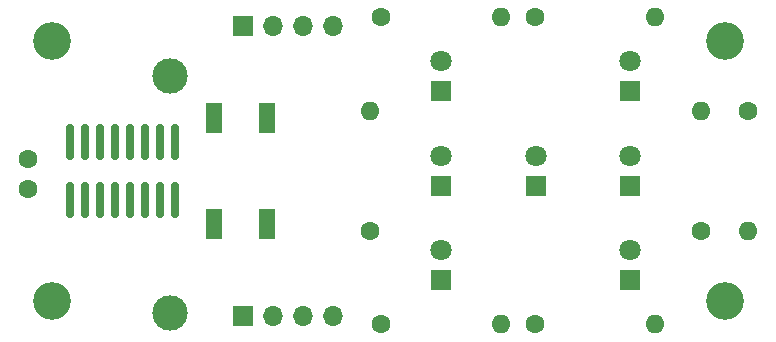
<source format=gts>
%TF.GenerationSoftware,KiCad,Pcbnew,7.0.2*%
%TF.CreationDate,2024-01-31T21:45:49+01:00*%
%TF.ProjectId,EDice,45446963-652e-46b6-9963-61645f706362,rev?*%
%TF.SameCoordinates,Original*%
%TF.FileFunction,Soldermask,Top*%
%TF.FilePolarity,Negative*%
%FSLAX46Y46*%
G04 Gerber Fmt 4.6, Leading zero omitted, Abs format (unit mm)*
G04 Created by KiCad (PCBNEW 7.0.2) date 2024-01-31 21:45:49*
%MOMM*%
%LPD*%
G01*
G04 APERTURE LIST*
G04 Aperture macros list*
%AMRoundRect*
0 Rectangle with rounded corners*
0 $1 Rounding radius*
0 $2 $3 $4 $5 $6 $7 $8 $9 X,Y pos of 4 corners*
0 Add a 4 corners polygon primitive as box body*
4,1,4,$2,$3,$4,$5,$6,$7,$8,$9,$2,$3,0*
0 Add four circle primitives for the rounded corners*
1,1,$1+$1,$2,$3*
1,1,$1+$1,$4,$5*
1,1,$1+$1,$6,$7*
1,1,$1+$1,$8,$9*
0 Add four rect primitives between the rounded corners*
20,1,$1+$1,$2,$3,$4,$5,0*
20,1,$1+$1,$4,$5,$6,$7,0*
20,1,$1+$1,$6,$7,$8,$9,0*
20,1,$1+$1,$8,$9,$2,$3,0*%
G04 Aperture macros list end*
%ADD10RoundRect,0.150000X-0.150000X1.350000X-0.150000X-1.350000X0.150000X-1.350000X0.150000X1.350000X0*%
%ADD11R,1.400000X2.600000*%
%ADD12R,1.800000X1.800000*%
%ADD13C,1.800000*%
%ADD14C,3.200000*%
%ADD15C,1.600000*%
%ADD16O,1.600000X1.600000*%
%ADD17R,1.700000X1.700000*%
%ADD18O,1.700000X1.700000*%
%ADD19C,3.000000*%
G04 APERTURE END LIST*
D10*
%TO.C,U1*%
X107445000Y-92525000D03*
X106175000Y-92525000D03*
X104905000Y-92525000D03*
X103635000Y-92525000D03*
X102365000Y-92525000D03*
X101095000Y-92525000D03*
X99825000Y-92525000D03*
X98555000Y-92525000D03*
X98555000Y-97475000D03*
X99825000Y-97475000D03*
X101095000Y-97475000D03*
X102365000Y-97475000D03*
X103635000Y-97475000D03*
X104905000Y-97475000D03*
X106175000Y-97475000D03*
X107445000Y-97475000D03*
%TD*%
D11*
%TO.C,SW1*%
X110750000Y-99500000D03*
X110750000Y-90500000D03*
X115250000Y-99500000D03*
X115250000Y-90500000D03*
%TD*%
D12*
%TO.C,D3*%
X130000000Y-96250000D03*
D13*
X130000000Y-93710000D03*
%TD*%
D14*
%TO.C,H2*%
X154000000Y-84000000D03*
%TD*%
D12*
%TO.C,D1*%
X130000000Y-88250000D03*
D13*
X130000000Y-85710000D03*
%TD*%
D12*
%TO.C,D4*%
X138000000Y-96250000D03*
D13*
X138000000Y-93710000D03*
%TD*%
D12*
%TO.C,D2*%
X146000000Y-88250000D03*
D13*
X146000000Y-85710000D03*
%TD*%
D14*
%TO.C,H4*%
X97000000Y-106000000D03*
%TD*%
D15*
%TO.C,R1*%
X124920000Y-82000000D03*
D16*
X135080000Y-82000000D03*
%TD*%
D15*
%TO.C,R6*%
X156000000Y-89920000D03*
D16*
X156000000Y-100080000D03*
%TD*%
D15*
%TO.C,R7*%
X137920000Y-108000000D03*
D16*
X148080000Y-108000000D03*
%TD*%
D12*
%TO.C,D7*%
X146000000Y-104250000D03*
D13*
X146000000Y-101710000D03*
%TD*%
D14*
%TO.C,H1*%
X97000000Y-84000000D03*
%TD*%
%TO.C,H3*%
X154000000Y-106000000D03*
%TD*%
D15*
%TO.C,R4*%
X152000000Y-100080000D03*
D16*
X152000000Y-89920000D03*
%TD*%
D12*
%TO.C,D5*%
X130000000Y-104250000D03*
D13*
X130000000Y-101710000D03*
%TD*%
D15*
%TO.C,R2*%
X137920000Y-82000000D03*
D16*
X148080000Y-82000000D03*
%TD*%
D15*
%TO.C,R3*%
X124000000Y-100080000D03*
D16*
X124000000Y-89920000D03*
%TD*%
D15*
%TO.C,C1*%
X95000000Y-94000000D03*
X95000000Y-96500000D03*
%TD*%
D12*
%TO.C,D6*%
X146000000Y-96250000D03*
D13*
X146000000Y-93710000D03*
%TD*%
D15*
%TO.C,R5*%
X124920000Y-108000000D03*
D16*
X135080000Y-108000000D03*
%TD*%
D17*
%TO.C,J2*%
X113200000Y-82730000D03*
D18*
X115740000Y-82730000D03*
X118280000Y-82730000D03*
X120820000Y-82730000D03*
%TD*%
%TO.C,J3*%
X120820000Y-107270000D03*
X118280000Y-107270000D03*
X115740000Y-107270000D03*
D17*
X113200000Y-107270000D03*
%TD*%
D19*
%TO.C,BT1*%
X107000000Y-107000000D03*
X107000000Y-87000000D03*
%TD*%
M02*

</source>
